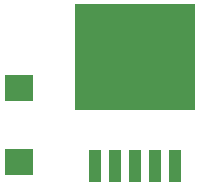
<source format=gbr>
G04 EAGLE Gerber RS-274X export*
G75*
%MOMM*%
%FSLAX34Y34*%
%LPD*%
%INSolderpaste Bottom*%
%IPPOS*%
%AMOC8*
5,1,8,0,0,1.08239X$1,22.5*%
G01*
%ADD10R,1.016000X2.692400*%
%ADD11R,10.160000X8.940800*%
%ADD12R,2.450000X2.250000*%


D10*
X379476Y321056D03*
X362458Y321056D03*
X345440Y321056D03*
X328422Y321056D03*
X311404Y321056D03*
D11*
X345440Y413004D03*
D12*
X247650Y387100D03*
X247650Y324100D03*
M02*

</source>
